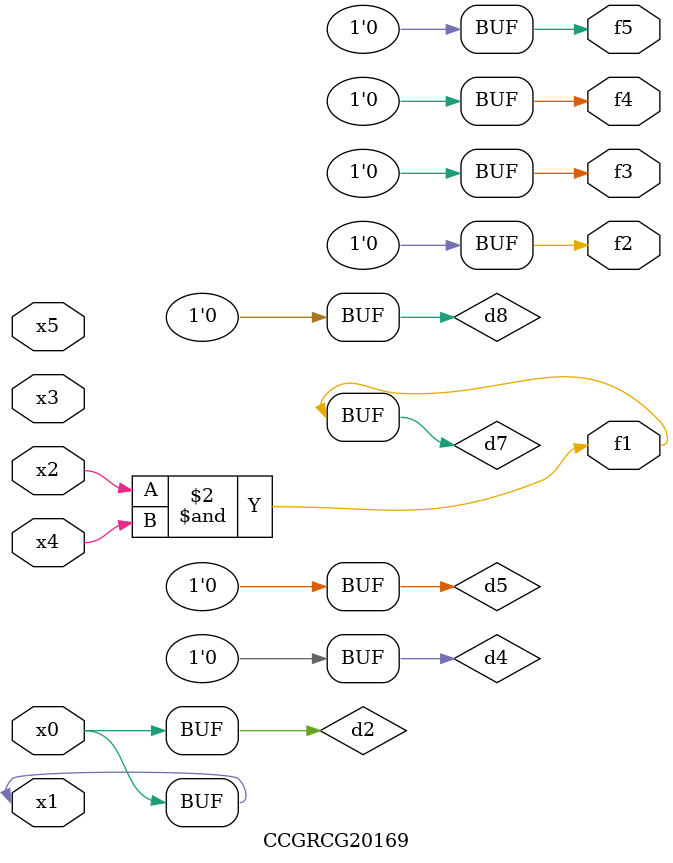
<source format=v>
module CCGRCG20169(
	input x0, x1, x2, x3, x4, x5,
	output f1, f2, f3, f4, f5
);

	wire d1, d2, d3, d4, d5, d6, d7, d8, d9;

	nand (d1, x1);
	buf (d2, x0, x1);
	nand (d3, x2, x4);
	and (d4, d1, d2);
	and (d5, d1, d2);
	nand (d6, d1, d3);
	not (d7, d3);
	xor (d8, d5);
	nor (d9, d5, d6);
	assign f1 = d7;
	assign f2 = d8;
	assign f3 = d8;
	assign f4 = d8;
	assign f5 = d8;
endmodule

</source>
